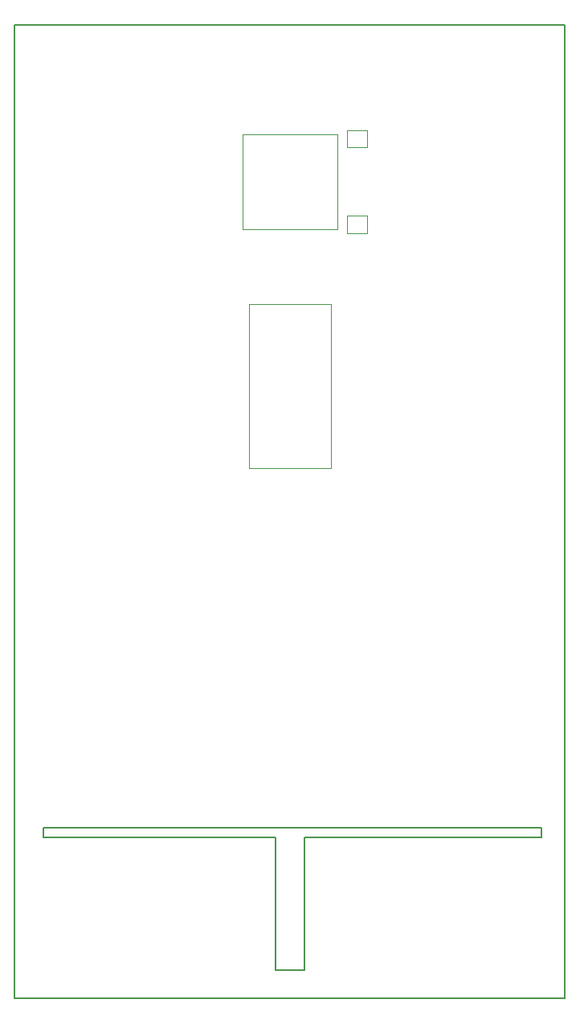
<source format=gbr>
%TF.GenerationSoftware,KiCad,Pcbnew,7.0.7*%
%TF.CreationDate,2023-11-24T19:36:33-07:00*%
%TF.ProjectId,mouse,6d6f7573-652e-46b6-9963-61645f706362,rev?*%
%TF.SameCoordinates,Original*%
%TF.FileFunction,Profile,NP*%
%FSLAX46Y46*%
G04 Gerber Fmt 4.6, Leading zero omitted, Abs format (unit mm)*
G04 Created by KiCad (PCBNEW 7.0.7) date 2023-11-24 19:36:33*
%MOMM*%
%LPD*%
G01*
G04 APERTURE LIST*
%TA.AperFunction,Profile*%
%ADD10C,0.100000*%
%TD*%
%TA.AperFunction,Profile*%
%ADD11C,0.200000*%
%TD*%
%TA.AperFunction,Profile*%
%ADD12C,0.050000*%
%TD*%
G04 APERTURE END LIST*
D10*
X71200000Y-31950000D02*
X81200000Y-31950000D01*
X81200000Y-41950000D01*
X71200000Y-41950000D01*
X71200000Y-31950000D01*
D11*
X102700000Y-105950000D02*
X77700000Y-105950000D01*
X77700000Y-119950000D01*
X74700000Y-119950000D01*
X74700000Y-105950000D01*
X50200000Y-105950000D01*
X50200000Y-104950000D01*
X73700000Y-104950000D01*
X102700000Y-104950000D01*
X102700000Y-105950000D01*
X47200000Y-20450000D02*
X105200000Y-20450000D01*
X105200000Y-122950000D01*
X47200000Y-122950000D01*
X47200000Y-20450000D01*
D12*
%TO.C,ENC1*%
X82200000Y-42350000D02*
X84300000Y-42350000D01*
X84300000Y-42350000D02*
X84300000Y-40550000D01*
X84300000Y-40550000D02*
X82200000Y-40550000D01*
X82200000Y-40550000D02*
X82200000Y-42350000D01*
X82200000Y-33350000D02*
X84300000Y-33350000D01*
X84300000Y-33350000D02*
X84300000Y-31550000D01*
X84300000Y-31550000D02*
X82200000Y-31550000D01*
X82200000Y-31550000D02*
X82200000Y-33350000D01*
%TO.C,PAW1*%
X80500000Y-49820000D02*
X71900000Y-49820000D01*
X71900000Y-49820000D02*
X71900000Y-67080000D01*
X71900000Y-67080000D02*
X80500000Y-67080000D01*
X80500000Y-67080000D02*
X80500000Y-49820000D01*
%TD*%
M02*

</source>
